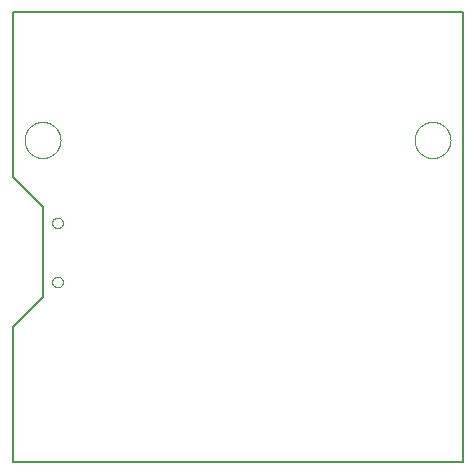
<source format=gko>
G75*
%MOIN*%
%OFA0B0*%
%FSLAX25Y25*%
%IPPOS*%
%LPD*%
%AMOC8*
5,1,8,0,0,1.08239X$1,22.5*
%
%ADD10C,0.00800*%
%ADD11C,0.00000*%
D10*
X0078333Y0261400D02*
X0078333Y0306400D01*
X0088333Y0316400D01*
X0088333Y0346400D01*
X0078333Y0356400D01*
X0078333Y0411400D01*
X0228333Y0411400D01*
X0228333Y0261400D01*
X0078333Y0261400D01*
D11*
X0091561Y0321557D02*
X0091563Y0321641D01*
X0091569Y0321724D01*
X0091579Y0321807D01*
X0091593Y0321890D01*
X0091610Y0321972D01*
X0091632Y0322053D01*
X0091657Y0322132D01*
X0091686Y0322211D01*
X0091719Y0322288D01*
X0091755Y0322363D01*
X0091795Y0322437D01*
X0091838Y0322509D01*
X0091885Y0322578D01*
X0091935Y0322645D01*
X0091988Y0322710D01*
X0092044Y0322772D01*
X0092102Y0322832D01*
X0092164Y0322889D01*
X0092228Y0322942D01*
X0092295Y0322993D01*
X0092364Y0323040D01*
X0092435Y0323085D01*
X0092508Y0323125D01*
X0092583Y0323162D01*
X0092660Y0323196D01*
X0092738Y0323226D01*
X0092817Y0323252D01*
X0092898Y0323275D01*
X0092980Y0323293D01*
X0093062Y0323308D01*
X0093145Y0323319D01*
X0093228Y0323326D01*
X0093312Y0323329D01*
X0093396Y0323328D01*
X0093479Y0323323D01*
X0093563Y0323314D01*
X0093645Y0323301D01*
X0093727Y0323285D01*
X0093808Y0323264D01*
X0093889Y0323240D01*
X0093967Y0323212D01*
X0094045Y0323180D01*
X0094121Y0323144D01*
X0094195Y0323105D01*
X0094267Y0323063D01*
X0094337Y0323017D01*
X0094405Y0322968D01*
X0094470Y0322916D01*
X0094533Y0322861D01*
X0094593Y0322803D01*
X0094651Y0322742D01*
X0094705Y0322678D01*
X0094757Y0322612D01*
X0094805Y0322544D01*
X0094850Y0322473D01*
X0094891Y0322400D01*
X0094930Y0322326D01*
X0094964Y0322250D01*
X0094995Y0322172D01*
X0095022Y0322093D01*
X0095046Y0322012D01*
X0095065Y0321931D01*
X0095081Y0321849D01*
X0095093Y0321766D01*
X0095101Y0321682D01*
X0095105Y0321599D01*
X0095105Y0321515D01*
X0095101Y0321432D01*
X0095093Y0321348D01*
X0095081Y0321265D01*
X0095065Y0321183D01*
X0095046Y0321102D01*
X0095022Y0321021D01*
X0094995Y0320942D01*
X0094964Y0320864D01*
X0094930Y0320788D01*
X0094891Y0320714D01*
X0094850Y0320641D01*
X0094805Y0320570D01*
X0094757Y0320502D01*
X0094705Y0320436D01*
X0094651Y0320372D01*
X0094593Y0320311D01*
X0094533Y0320253D01*
X0094470Y0320198D01*
X0094405Y0320146D01*
X0094337Y0320097D01*
X0094267Y0320051D01*
X0094195Y0320009D01*
X0094121Y0319970D01*
X0094045Y0319934D01*
X0093967Y0319902D01*
X0093889Y0319874D01*
X0093808Y0319850D01*
X0093727Y0319829D01*
X0093645Y0319813D01*
X0093563Y0319800D01*
X0093479Y0319791D01*
X0093396Y0319786D01*
X0093312Y0319785D01*
X0093228Y0319788D01*
X0093145Y0319795D01*
X0093062Y0319806D01*
X0092980Y0319821D01*
X0092898Y0319839D01*
X0092817Y0319862D01*
X0092738Y0319888D01*
X0092660Y0319918D01*
X0092583Y0319952D01*
X0092508Y0319989D01*
X0092435Y0320029D01*
X0092364Y0320074D01*
X0092295Y0320121D01*
X0092228Y0320172D01*
X0092164Y0320225D01*
X0092102Y0320282D01*
X0092044Y0320342D01*
X0091988Y0320404D01*
X0091935Y0320469D01*
X0091885Y0320536D01*
X0091838Y0320605D01*
X0091795Y0320677D01*
X0091755Y0320751D01*
X0091719Y0320826D01*
X0091686Y0320903D01*
X0091657Y0320982D01*
X0091632Y0321061D01*
X0091610Y0321142D01*
X0091593Y0321224D01*
X0091579Y0321307D01*
X0091569Y0321390D01*
X0091563Y0321473D01*
X0091561Y0321557D01*
X0091561Y0341243D02*
X0091563Y0341327D01*
X0091569Y0341410D01*
X0091579Y0341493D01*
X0091593Y0341576D01*
X0091610Y0341658D01*
X0091632Y0341739D01*
X0091657Y0341818D01*
X0091686Y0341897D01*
X0091719Y0341974D01*
X0091755Y0342049D01*
X0091795Y0342123D01*
X0091838Y0342195D01*
X0091885Y0342264D01*
X0091935Y0342331D01*
X0091988Y0342396D01*
X0092044Y0342458D01*
X0092102Y0342518D01*
X0092164Y0342575D01*
X0092228Y0342628D01*
X0092295Y0342679D01*
X0092364Y0342726D01*
X0092435Y0342771D01*
X0092508Y0342811D01*
X0092583Y0342848D01*
X0092660Y0342882D01*
X0092738Y0342912D01*
X0092817Y0342938D01*
X0092898Y0342961D01*
X0092980Y0342979D01*
X0093062Y0342994D01*
X0093145Y0343005D01*
X0093228Y0343012D01*
X0093312Y0343015D01*
X0093396Y0343014D01*
X0093479Y0343009D01*
X0093563Y0343000D01*
X0093645Y0342987D01*
X0093727Y0342971D01*
X0093808Y0342950D01*
X0093889Y0342926D01*
X0093967Y0342898D01*
X0094045Y0342866D01*
X0094121Y0342830D01*
X0094195Y0342791D01*
X0094267Y0342749D01*
X0094337Y0342703D01*
X0094405Y0342654D01*
X0094470Y0342602D01*
X0094533Y0342547D01*
X0094593Y0342489D01*
X0094651Y0342428D01*
X0094705Y0342364D01*
X0094757Y0342298D01*
X0094805Y0342230D01*
X0094850Y0342159D01*
X0094891Y0342086D01*
X0094930Y0342012D01*
X0094964Y0341936D01*
X0094995Y0341858D01*
X0095022Y0341779D01*
X0095046Y0341698D01*
X0095065Y0341617D01*
X0095081Y0341535D01*
X0095093Y0341452D01*
X0095101Y0341368D01*
X0095105Y0341285D01*
X0095105Y0341201D01*
X0095101Y0341118D01*
X0095093Y0341034D01*
X0095081Y0340951D01*
X0095065Y0340869D01*
X0095046Y0340788D01*
X0095022Y0340707D01*
X0094995Y0340628D01*
X0094964Y0340550D01*
X0094930Y0340474D01*
X0094891Y0340400D01*
X0094850Y0340327D01*
X0094805Y0340256D01*
X0094757Y0340188D01*
X0094705Y0340122D01*
X0094651Y0340058D01*
X0094593Y0339997D01*
X0094533Y0339939D01*
X0094470Y0339884D01*
X0094405Y0339832D01*
X0094337Y0339783D01*
X0094267Y0339737D01*
X0094195Y0339695D01*
X0094121Y0339656D01*
X0094045Y0339620D01*
X0093967Y0339588D01*
X0093889Y0339560D01*
X0093808Y0339536D01*
X0093727Y0339515D01*
X0093645Y0339499D01*
X0093563Y0339486D01*
X0093479Y0339477D01*
X0093396Y0339472D01*
X0093312Y0339471D01*
X0093228Y0339474D01*
X0093145Y0339481D01*
X0093062Y0339492D01*
X0092980Y0339507D01*
X0092898Y0339525D01*
X0092817Y0339548D01*
X0092738Y0339574D01*
X0092660Y0339604D01*
X0092583Y0339638D01*
X0092508Y0339675D01*
X0092435Y0339715D01*
X0092364Y0339760D01*
X0092295Y0339807D01*
X0092228Y0339858D01*
X0092164Y0339911D01*
X0092102Y0339968D01*
X0092044Y0340028D01*
X0091988Y0340090D01*
X0091935Y0340155D01*
X0091885Y0340222D01*
X0091838Y0340291D01*
X0091795Y0340363D01*
X0091755Y0340437D01*
X0091719Y0340512D01*
X0091686Y0340589D01*
X0091657Y0340668D01*
X0091632Y0340747D01*
X0091610Y0340828D01*
X0091593Y0340910D01*
X0091579Y0340993D01*
X0091569Y0341076D01*
X0091563Y0341159D01*
X0091561Y0341243D01*
X0082333Y0368900D02*
X0082335Y0369054D01*
X0082341Y0369209D01*
X0082351Y0369363D01*
X0082365Y0369517D01*
X0082383Y0369670D01*
X0082404Y0369823D01*
X0082430Y0369976D01*
X0082460Y0370127D01*
X0082493Y0370278D01*
X0082531Y0370428D01*
X0082572Y0370577D01*
X0082617Y0370725D01*
X0082666Y0370871D01*
X0082719Y0371017D01*
X0082775Y0371160D01*
X0082835Y0371303D01*
X0082899Y0371443D01*
X0082966Y0371583D01*
X0083037Y0371720D01*
X0083111Y0371855D01*
X0083189Y0371989D01*
X0083270Y0372120D01*
X0083355Y0372249D01*
X0083443Y0372377D01*
X0083534Y0372501D01*
X0083628Y0372624D01*
X0083726Y0372744D01*
X0083826Y0372861D01*
X0083930Y0372976D01*
X0084036Y0373088D01*
X0084145Y0373197D01*
X0084257Y0373303D01*
X0084372Y0373407D01*
X0084489Y0373507D01*
X0084609Y0373605D01*
X0084732Y0373699D01*
X0084856Y0373790D01*
X0084984Y0373878D01*
X0085113Y0373963D01*
X0085244Y0374044D01*
X0085378Y0374122D01*
X0085513Y0374196D01*
X0085650Y0374267D01*
X0085790Y0374334D01*
X0085930Y0374398D01*
X0086073Y0374458D01*
X0086216Y0374514D01*
X0086362Y0374567D01*
X0086508Y0374616D01*
X0086656Y0374661D01*
X0086805Y0374702D01*
X0086955Y0374740D01*
X0087106Y0374773D01*
X0087257Y0374803D01*
X0087410Y0374829D01*
X0087563Y0374850D01*
X0087716Y0374868D01*
X0087870Y0374882D01*
X0088024Y0374892D01*
X0088179Y0374898D01*
X0088333Y0374900D01*
X0088487Y0374898D01*
X0088642Y0374892D01*
X0088796Y0374882D01*
X0088950Y0374868D01*
X0089103Y0374850D01*
X0089256Y0374829D01*
X0089409Y0374803D01*
X0089560Y0374773D01*
X0089711Y0374740D01*
X0089861Y0374702D01*
X0090010Y0374661D01*
X0090158Y0374616D01*
X0090304Y0374567D01*
X0090450Y0374514D01*
X0090593Y0374458D01*
X0090736Y0374398D01*
X0090876Y0374334D01*
X0091016Y0374267D01*
X0091153Y0374196D01*
X0091288Y0374122D01*
X0091422Y0374044D01*
X0091553Y0373963D01*
X0091682Y0373878D01*
X0091810Y0373790D01*
X0091934Y0373699D01*
X0092057Y0373605D01*
X0092177Y0373507D01*
X0092294Y0373407D01*
X0092409Y0373303D01*
X0092521Y0373197D01*
X0092630Y0373088D01*
X0092736Y0372976D01*
X0092840Y0372861D01*
X0092940Y0372744D01*
X0093038Y0372624D01*
X0093132Y0372501D01*
X0093223Y0372377D01*
X0093311Y0372249D01*
X0093396Y0372120D01*
X0093477Y0371989D01*
X0093555Y0371855D01*
X0093629Y0371720D01*
X0093700Y0371583D01*
X0093767Y0371443D01*
X0093831Y0371303D01*
X0093891Y0371160D01*
X0093947Y0371017D01*
X0094000Y0370871D01*
X0094049Y0370725D01*
X0094094Y0370577D01*
X0094135Y0370428D01*
X0094173Y0370278D01*
X0094206Y0370127D01*
X0094236Y0369976D01*
X0094262Y0369823D01*
X0094283Y0369670D01*
X0094301Y0369517D01*
X0094315Y0369363D01*
X0094325Y0369209D01*
X0094331Y0369054D01*
X0094333Y0368900D01*
X0094331Y0368746D01*
X0094325Y0368591D01*
X0094315Y0368437D01*
X0094301Y0368283D01*
X0094283Y0368130D01*
X0094262Y0367977D01*
X0094236Y0367824D01*
X0094206Y0367673D01*
X0094173Y0367522D01*
X0094135Y0367372D01*
X0094094Y0367223D01*
X0094049Y0367075D01*
X0094000Y0366929D01*
X0093947Y0366783D01*
X0093891Y0366640D01*
X0093831Y0366497D01*
X0093767Y0366357D01*
X0093700Y0366217D01*
X0093629Y0366080D01*
X0093555Y0365945D01*
X0093477Y0365811D01*
X0093396Y0365680D01*
X0093311Y0365551D01*
X0093223Y0365423D01*
X0093132Y0365299D01*
X0093038Y0365176D01*
X0092940Y0365056D01*
X0092840Y0364939D01*
X0092736Y0364824D01*
X0092630Y0364712D01*
X0092521Y0364603D01*
X0092409Y0364497D01*
X0092294Y0364393D01*
X0092177Y0364293D01*
X0092057Y0364195D01*
X0091934Y0364101D01*
X0091810Y0364010D01*
X0091682Y0363922D01*
X0091553Y0363837D01*
X0091422Y0363756D01*
X0091288Y0363678D01*
X0091153Y0363604D01*
X0091016Y0363533D01*
X0090876Y0363466D01*
X0090736Y0363402D01*
X0090593Y0363342D01*
X0090450Y0363286D01*
X0090304Y0363233D01*
X0090158Y0363184D01*
X0090010Y0363139D01*
X0089861Y0363098D01*
X0089711Y0363060D01*
X0089560Y0363027D01*
X0089409Y0362997D01*
X0089256Y0362971D01*
X0089103Y0362950D01*
X0088950Y0362932D01*
X0088796Y0362918D01*
X0088642Y0362908D01*
X0088487Y0362902D01*
X0088333Y0362900D01*
X0088179Y0362902D01*
X0088024Y0362908D01*
X0087870Y0362918D01*
X0087716Y0362932D01*
X0087563Y0362950D01*
X0087410Y0362971D01*
X0087257Y0362997D01*
X0087106Y0363027D01*
X0086955Y0363060D01*
X0086805Y0363098D01*
X0086656Y0363139D01*
X0086508Y0363184D01*
X0086362Y0363233D01*
X0086216Y0363286D01*
X0086073Y0363342D01*
X0085930Y0363402D01*
X0085790Y0363466D01*
X0085650Y0363533D01*
X0085513Y0363604D01*
X0085378Y0363678D01*
X0085244Y0363756D01*
X0085113Y0363837D01*
X0084984Y0363922D01*
X0084856Y0364010D01*
X0084732Y0364101D01*
X0084609Y0364195D01*
X0084489Y0364293D01*
X0084372Y0364393D01*
X0084257Y0364497D01*
X0084145Y0364603D01*
X0084036Y0364712D01*
X0083930Y0364824D01*
X0083826Y0364939D01*
X0083726Y0365056D01*
X0083628Y0365176D01*
X0083534Y0365299D01*
X0083443Y0365423D01*
X0083355Y0365551D01*
X0083270Y0365680D01*
X0083189Y0365811D01*
X0083111Y0365945D01*
X0083037Y0366080D01*
X0082966Y0366217D01*
X0082899Y0366357D01*
X0082835Y0366497D01*
X0082775Y0366640D01*
X0082719Y0366783D01*
X0082666Y0366929D01*
X0082617Y0367075D01*
X0082572Y0367223D01*
X0082531Y0367372D01*
X0082493Y0367522D01*
X0082460Y0367673D01*
X0082430Y0367824D01*
X0082404Y0367977D01*
X0082383Y0368130D01*
X0082365Y0368283D01*
X0082351Y0368437D01*
X0082341Y0368591D01*
X0082335Y0368746D01*
X0082333Y0368900D01*
X0212333Y0368900D02*
X0212335Y0369054D01*
X0212341Y0369209D01*
X0212351Y0369363D01*
X0212365Y0369517D01*
X0212383Y0369670D01*
X0212404Y0369823D01*
X0212430Y0369976D01*
X0212460Y0370127D01*
X0212493Y0370278D01*
X0212531Y0370428D01*
X0212572Y0370577D01*
X0212617Y0370725D01*
X0212666Y0370871D01*
X0212719Y0371017D01*
X0212775Y0371160D01*
X0212835Y0371303D01*
X0212899Y0371443D01*
X0212966Y0371583D01*
X0213037Y0371720D01*
X0213111Y0371855D01*
X0213189Y0371989D01*
X0213270Y0372120D01*
X0213355Y0372249D01*
X0213443Y0372377D01*
X0213534Y0372501D01*
X0213628Y0372624D01*
X0213726Y0372744D01*
X0213826Y0372861D01*
X0213930Y0372976D01*
X0214036Y0373088D01*
X0214145Y0373197D01*
X0214257Y0373303D01*
X0214372Y0373407D01*
X0214489Y0373507D01*
X0214609Y0373605D01*
X0214732Y0373699D01*
X0214856Y0373790D01*
X0214984Y0373878D01*
X0215113Y0373963D01*
X0215244Y0374044D01*
X0215378Y0374122D01*
X0215513Y0374196D01*
X0215650Y0374267D01*
X0215790Y0374334D01*
X0215930Y0374398D01*
X0216073Y0374458D01*
X0216216Y0374514D01*
X0216362Y0374567D01*
X0216508Y0374616D01*
X0216656Y0374661D01*
X0216805Y0374702D01*
X0216955Y0374740D01*
X0217106Y0374773D01*
X0217257Y0374803D01*
X0217410Y0374829D01*
X0217563Y0374850D01*
X0217716Y0374868D01*
X0217870Y0374882D01*
X0218024Y0374892D01*
X0218179Y0374898D01*
X0218333Y0374900D01*
X0218487Y0374898D01*
X0218642Y0374892D01*
X0218796Y0374882D01*
X0218950Y0374868D01*
X0219103Y0374850D01*
X0219256Y0374829D01*
X0219409Y0374803D01*
X0219560Y0374773D01*
X0219711Y0374740D01*
X0219861Y0374702D01*
X0220010Y0374661D01*
X0220158Y0374616D01*
X0220304Y0374567D01*
X0220450Y0374514D01*
X0220593Y0374458D01*
X0220736Y0374398D01*
X0220876Y0374334D01*
X0221016Y0374267D01*
X0221153Y0374196D01*
X0221288Y0374122D01*
X0221422Y0374044D01*
X0221553Y0373963D01*
X0221682Y0373878D01*
X0221810Y0373790D01*
X0221934Y0373699D01*
X0222057Y0373605D01*
X0222177Y0373507D01*
X0222294Y0373407D01*
X0222409Y0373303D01*
X0222521Y0373197D01*
X0222630Y0373088D01*
X0222736Y0372976D01*
X0222840Y0372861D01*
X0222940Y0372744D01*
X0223038Y0372624D01*
X0223132Y0372501D01*
X0223223Y0372377D01*
X0223311Y0372249D01*
X0223396Y0372120D01*
X0223477Y0371989D01*
X0223555Y0371855D01*
X0223629Y0371720D01*
X0223700Y0371583D01*
X0223767Y0371443D01*
X0223831Y0371303D01*
X0223891Y0371160D01*
X0223947Y0371017D01*
X0224000Y0370871D01*
X0224049Y0370725D01*
X0224094Y0370577D01*
X0224135Y0370428D01*
X0224173Y0370278D01*
X0224206Y0370127D01*
X0224236Y0369976D01*
X0224262Y0369823D01*
X0224283Y0369670D01*
X0224301Y0369517D01*
X0224315Y0369363D01*
X0224325Y0369209D01*
X0224331Y0369054D01*
X0224333Y0368900D01*
X0224331Y0368746D01*
X0224325Y0368591D01*
X0224315Y0368437D01*
X0224301Y0368283D01*
X0224283Y0368130D01*
X0224262Y0367977D01*
X0224236Y0367824D01*
X0224206Y0367673D01*
X0224173Y0367522D01*
X0224135Y0367372D01*
X0224094Y0367223D01*
X0224049Y0367075D01*
X0224000Y0366929D01*
X0223947Y0366783D01*
X0223891Y0366640D01*
X0223831Y0366497D01*
X0223767Y0366357D01*
X0223700Y0366217D01*
X0223629Y0366080D01*
X0223555Y0365945D01*
X0223477Y0365811D01*
X0223396Y0365680D01*
X0223311Y0365551D01*
X0223223Y0365423D01*
X0223132Y0365299D01*
X0223038Y0365176D01*
X0222940Y0365056D01*
X0222840Y0364939D01*
X0222736Y0364824D01*
X0222630Y0364712D01*
X0222521Y0364603D01*
X0222409Y0364497D01*
X0222294Y0364393D01*
X0222177Y0364293D01*
X0222057Y0364195D01*
X0221934Y0364101D01*
X0221810Y0364010D01*
X0221682Y0363922D01*
X0221553Y0363837D01*
X0221422Y0363756D01*
X0221288Y0363678D01*
X0221153Y0363604D01*
X0221016Y0363533D01*
X0220876Y0363466D01*
X0220736Y0363402D01*
X0220593Y0363342D01*
X0220450Y0363286D01*
X0220304Y0363233D01*
X0220158Y0363184D01*
X0220010Y0363139D01*
X0219861Y0363098D01*
X0219711Y0363060D01*
X0219560Y0363027D01*
X0219409Y0362997D01*
X0219256Y0362971D01*
X0219103Y0362950D01*
X0218950Y0362932D01*
X0218796Y0362918D01*
X0218642Y0362908D01*
X0218487Y0362902D01*
X0218333Y0362900D01*
X0218179Y0362902D01*
X0218024Y0362908D01*
X0217870Y0362918D01*
X0217716Y0362932D01*
X0217563Y0362950D01*
X0217410Y0362971D01*
X0217257Y0362997D01*
X0217106Y0363027D01*
X0216955Y0363060D01*
X0216805Y0363098D01*
X0216656Y0363139D01*
X0216508Y0363184D01*
X0216362Y0363233D01*
X0216216Y0363286D01*
X0216073Y0363342D01*
X0215930Y0363402D01*
X0215790Y0363466D01*
X0215650Y0363533D01*
X0215513Y0363604D01*
X0215378Y0363678D01*
X0215244Y0363756D01*
X0215113Y0363837D01*
X0214984Y0363922D01*
X0214856Y0364010D01*
X0214732Y0364101D01*
X0214609Y0364195D01*
X0214489Y0364293D01*
X0214372Y0364393D01*
X0214257Y0364497D01*
X0214145Y0364603D01*
X0214036Y0364712D01*
X0213930Y0364824D01*
X0213826Y0364939D01*
X0213726Y0365056D01*
X0213628Y0365176D01*
X0213534Y0365299D01*
X0213443Y0365423D01*
X0213355Y0365551D01*
X0213270Y0365680D01*
X0213189Y0365811D01*
X0213111Y0365945D01*
X0213037Y0366080D01*
X0212966Y0366217D01*
X0212899Y0366357D01*
X0212835Y0366497D01*
X0212775Y0366640D01*
X0212719Y0366783D01*
X0212666Y0366929D01*
X0212617Y0367075D01*
X0212572Y0367223D01*
X0212531Y0367372D01*
X0212493Y0367522D01*
X0212460Y0367673D01*
X0212430Y0367824D01*
X0212404Y0367977D01*
X0212383Y0368130D01*
X0212365Y0368283D01*
X0212351Y0368437D01*
X0212341Y0368591D01*
X0212335Y0368746D01*
X0212333Y0368900D01*
M02*

</source>
